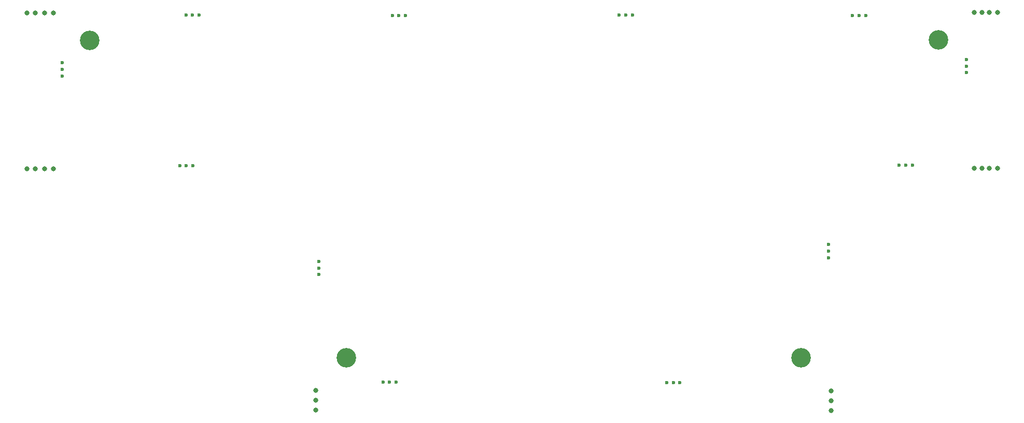
<source format=gbr>
%TF.GenerationSoftware,KiCad,Pcbnew,8.0.2*%
%TF.CreationDate,2025-02-04T18:00:29+01:00*%
%TF.ProjectId,FT25_AMS_Slave_fr,46543235-5f41-44d5-935f-536c6176655f,rev?*%
%TF.SameCoordinates,Original*%
%TF.FileFunction,NonPlated,1,4,NPTH,Drill*%
%TF.FilePolarity,Positive*%
%FSLAX46Y46*%
G04 Gerber Fmt 4.6, Leading zero omitted, Abs format (unit mm)*
G04 Created by KiCad (PCBNEW 8.0.2) date 2025-02-04 18:00:29*
%MOMM*%
%LPD*%
G01*
G04 APERTURE LIST*
%TA.AperFunction,ComponentDrill*%
%ADD10C,0.600000*%
%TD*%
%TA.AperFunction,ComponentDrill*%
%ADD11C,0.800000*%
%TD*%
%TA.AperFunction,ComponentDrill*%
%ADD12C,3.200000*%
%TD*%
G04 APERTURE END LIST*
D10*
%TO.C,*%
X63850000Y-82550000D03*
X63850000Y-83650000D03*
X63850000Y-84700000D03*
X83100000Y-99350000D03*
X84100000Y-74750000D03*
X84150000Y-99350000D03*
X85150000Y-74750000D03*
X85250000Y-99350000D03*
X86250000Y-74750000D03*
X105800000Y-115000000D03*
X105800000Y-116100000D03*
X105800000Y-117150000D03*
X116250000Y-134800000D03*
X117300000Y-134800000D03*
X117800000Y-74800000D03*
X118400000Y-134800000D03*
X118850000Y-74800000D03*
X119950000Y-74800000D03*
X154850000Y-74750000D03*
X155900000Y-74750000D03*
X157000000Y-74750000D03*
X162600000Y-134850000D03*
X163700000Y-134850000D03*
X164750000Y-134850000D03*
X189050000Y-112250000D03*
X189050000Y-113350000D03*
X189050000Y-114400000D03*
X192950000Y-74800000D03*
X194000000Y-74800000D03*
X195100000Y-74800000D03*
X200550000Y-99300000D03*
X201600000Y-99300000D03*
X202700000Y-99300000D03*
X211500000Y-82000000D03*
X211500000Y-83100000D03*
X211500000Y-84150000D03*
D11*
X58100000Y-74400000D03*
X58100000Y-99900000D03*
X59500000Y-74400000D03*
X59500000Y-99900000D03*
X61000000Y-74400000D03*
X61000000Y-99900000D03*
X62400000Y-74400000D03*
X62400000Y-99900000D03*
X105300000Y-136100000D03*
X105300000Y-137700000D03*
X105300000Y-139300000D03*
X189400000Y-136200000D03*
X189400000Y-137800000D03*
X189400000Y-139400000D03*
X212800000Y-74300000D03*
X212800000Y-99800000D03*
X214100000Y-74300000D03*
X214100000Y-99800000D03*
X215300000Y-74300000D03*
X215300000Y-99800000D03*
X216600000Y-74300000D03*
X216600000Y-99800000D03*
D12*
%TO.C,H1*%
X68400000Y-78900000D03*
%TO.C,H4*%
X110300000Y-130800000D03*
%TO.C,H3*%
X184500000Y-130800000D03*
%TO.C,H2*%
X207000000Y-78800000D03*
M02*

</source>
